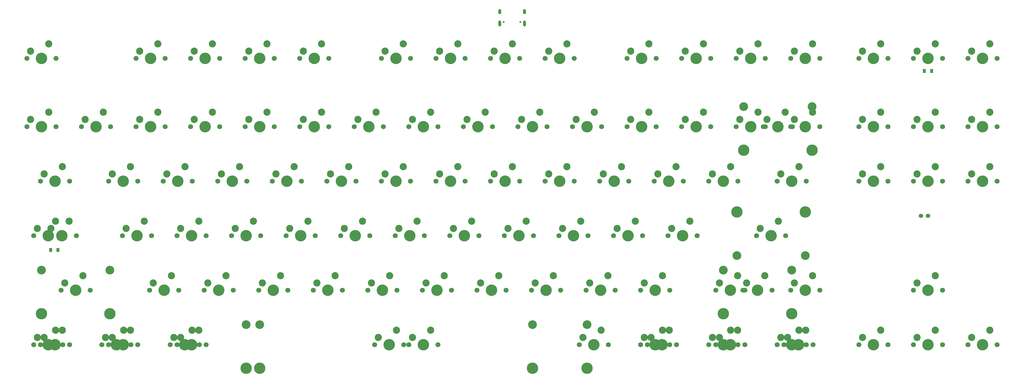
<source format=gbr>
%TF.GenerationSoftware,KiCad,Pcbnew,8.0.1*%
%TF.CreationDate,2025-07-12T18:26:11+09:00*%
%TF.ProjectId,lzIron_RP2040,6c7a4972-6f6e-45f5-9250-323034302e6b,rev?*%
%TF.SameCoordinates,Original*%
%TF.FileFunction,Soldermask,Bot*%
%TF.FilePolarity,Negative*%
%FSLAX46Y46*%
G04 Gerber Fmt 4.6, Leading zero omitted, Abs format (unit mm)*
G04 Created by KiCad (PCBNEW 8.0.1) date 2025-07-12 18:26:11*
%MOMM*%
%LPD*%
G01*
G04 APERTURE LIST*
%ADD10C,1.750000*%
%ADD11C,4.000000*%
%ADD12C,2.500000*%
%ADD13C,3.048000*%
%ADD14C,3.987800*%
%ADD15C,0.650000*%
%ADD16O,1.000000X2.100000*%
%ADD17O,1.000000X1.800000*%
%ADD18C,1.524000*%
%ADD19R,1.000000X1.400000*%
G04 APERTURE END LIST*
D10*
%TO.C,MX21*%
X62731250Y-78550000D03*
D11*
X67811250Y-78550000D03*
D10*
X72891250Y-78550000D03*
D12*
X64001250Y-76010000D03*
X70351250Y-73470000D03*
%TD*%
D10*
%TO.C,MX82*%
X107975000Y-154750000D03*
D11*
X113055000Y-154750000D03*
D10*
X118135000Y-154750000D03*
X119881250Y-154750000D03*
D11*
X124961250Y-154750000D03*
D10*
X130041250Y-154750000D03*
D12*
X109245000Y-152210000D03*
X121151250Y-152210000D03*
X115595000Y-149670000D03*
X127501250Y-149670000D03*
%TD*%
D10*
%TO.C,MX69*%
X86543750Y-135700000D03*
D11*
X91623750Y-135700000D03*
D10*
X96703750Y-135700000D03*
D12*
X87813750Y-133160000D03*
X94163750Y-130620000D03*
%TD*%
D10*
%TO.C,MX8*%
X148456250Y-54737500D03*
D11*
X153536250Y-54737500D03*
D10*
X158616250Y-54737500D03*
D12*
X149726250Y-52197500D03*
X156076250Y-49657500D03*
%TD*%
D10*
%TO.C,MX47*%
X224656250Y-97600000D03*
D11*
X229736250Y-97600000D03*
D10*
X234816250Y-97600000D03*
D12*
X225926250Y-95060000D03*
X232276250Y-92520000D03*
%TD*%
D13*
%TO.C,REF\u002A\u002A*%
X229704500Y-128715000D03*
D14*
X229704500Y-143925000D03*
D13*
X253580500Y-128715000D03*
D14*
X253580500Y-143925000D03*
%TD*%
D10*
%TO.C,MX75*%
X200843750Y-135700000D03*
D11*
X205923750Y-135700000D03*
D10*
X211003750Y-135700000D03*
D12*
X202113750Y-133160000D03*
X208463750Y-130620000D03*
%TD*%
D10*
%TO.C,MX81*%
X36537500Y-154750000D03*
X38918750Y-154750000D03*
D11*
X41617500Y-154750000D03*
X43998750Y-154750000D03*
D10*
X46697500Y-154750000D03*
X49078750Y-154750000D03*
D12*
X37807500Y-152210000D03*
X40188750Y-152210000D03*
X44157500Y-149670000D03*
X46538750Y-149670000D03*
%TD*%
D10*
%TO.C,MX12*%
X234181250Y-54737500D03*
D11*
X239261250Y-54737500D03*
D10*
X244341250Y-54737500D03*
D12*
X235451250Y-52197500D03*
X241801250Y-49657500D03*
%TD*%
D10*
%TO.C,MX35*%
X-8706250Y-97600000D03*
D11*
X-3626250Y-97600000D03*
D10*
X1453750Y-97600000D03*
D12*
X-7436250Y-95060000D03*
X-1086250Y-92520000D03*
%TD*%
D10*
%TO.C,MX56*%
X77018750Y-116650000D03*
D11*
X82098750Y-116650000D03*
D10*
X87178750Y-116650000D03*
D12*
X78288750Y-114110000D03*
X84638750Y-111570000D03*
%TD*%
D10*
%TO.C,MX85*%
X224656250Y-154750000D03*
X227037500Y-154750000D03*
D11*
X229736250Y-154750000D03*
X232117500Y-154750000D03*
D10*
X234816250Y-154750000D03*
X237197500Y-154750000D03*
D12*
X225926250Y-152210000D03*
X228307500Y-152210000D03*
X232276250Y-149670000D03*
X234657500Y-149670000D03*
%TD*%
D10*
%TO.C,MX73*%
X162743750Y-135700000D03*
D11*
X167823750Y-135700000D03*
D10*
X172903750Y-135700000D03*
D12*
X164013750Y-133160000D03*
X170363750Y-130620000D03*
%TD*%
D10*
%TO.C,MX74*%
X181793750Y-135700000D03*
D11*
X186873750Y-135700000D03*
D10*
X191953750Y-135700000D03*
D12*
X183063750Y-133160000D03*
X189413750Y-130620000D03*
%TD*%
D10*
%TO.C,MX1*%
X-13468750Y-54737500D03*
D11*
X-8388750Y-54737500D03*
D10*
X-3308750Y-54737500D03*
D12*
X-12198750Y-52197500D03*
X-5848750Y-49657500D03*
%TD*%
D10*
%TO.C,MX63*%
X210368750Y-116650000D03*
D11*
X215448750Y-116650000D03*
D10*
X220528750Y-116650000D03*
D12*
X211638750Y-114110000D03*
X217988750Y-111570000D03*
%TD*%
D10*
%TO.C,MX44*%
X167506250Y-97600000D03*
D11*
X172586250Y-97600000D03*
D10*
X177666250Y-97600000D03*
D12*
X168776250Y-95060000D03*
X175126250Y-92520000D03*
%TD*%
D10*
%TO.C,MX62*%
X191318750Y-116650000D03*
D11*
X196398750Y-116650000D03*
D10*
X201478750Y-116650000D03*
D12*
X192588750Y-114110000D03*
X198938750Y-111570000D03*
%TD*%
D10*
%TO.C,MX18*%
X5581250Y-78550000D03*
D11*
X10661250Y-78550000D03*
D10*
X15741250Y-78550000D03*
D12*
X6851250Y-76010000D03*
X13201250Y-73470000D03*
%TD*%
D10*
%TO.C,MX83*%
X179412500Y-154750000D03*
D11*
X184492500Y-154750000D03*
D10*
X189572500Y-154750000D03*
D12*
X180682500Y-152210000D03*
X187032500Y-149670000D03*
%TD*%
D10*
%TO.C,MX64*%
X241325000Y-116650000D03*
D11*
X246405000Y-116650000D03*
D10*
X251485000Y-116650000D03*
D12*
X242595000Y-114110000D03*
X248945000Y-111570000D03*
%TD*%
D10*
%TO.C,MX52*%
X-11087500Y-116650000D03*
X-6325000Y-116650000D03*
D11*
X-6007500Y-116650000D03*
X-1245000Y-116650000D03*
D10*
X-927500Y-116650000D03*
X3835000Y-116650000D03*
D12*
X-5055000Y-114110000D03*
X-3467500Y-111570000D03*
X-9817500Y-114110000D03*
X1295000Y-111570000D03*
%TD*%
D10*
%TO.C,MX25*%
X138931250Y-78550000D03*
D11*
X144011250Y-78550000D03*
D10*
X149091250Y-78550000D03*
D12*
X140201250Y-76010000D03*
X146551250Y-73470000D03*
%TD*%
D10*
%TO.C,MX41*%
X110356250Y-97600000D03*
D11*
X115436250Y-97600000D03*
D10*
X120516250Y-97600000D03*
D12*
X111626250Y-95060000D03*
X117976250Y-92520000D03*
%TD*%
D10*
%TO.C,MX22*%
X81781250Y-78550000D03*
D11*
X86861250Y-78550000D03*
D10*
X91941250Y-78550000D03*
D12*
X83051250Y-76010000D03*
X89401250Y-73470000D03*
%TD*%
D10*
%TO.C,MX60*%
X153218750Y-116650000D03*
D11*
X158298750Y-116650000D03*
D10*
X163378750Y-116650000D03*
D12*
X154488750Y-114110000D03*
X160838750Y-111570000D03*
%TD*%
D10*
%TO.C,MX68*%
X67493750Y-135700000D03*
D11*
X72573750Y-135700000D03*
D10*
X77653750Y-135700000D03*
D12*
X68763750Y-133160000D03*
X75113750Y-130620000D03*
%TD*%
D10*
%TO.C,MX80*%
X12725000Y-154750000D03*
X15106250Y-154750000D03*
D11*
X17805000Y-154750000D03*
X20186250Y-154750000D03*
D10*
X22885000Y-154750000D03*
X25266250Y-154750000D03*
D12*
X13995000Y-152210000D03*
X16376250Y-152210000D03*
X20345000Y-149670000D03*
X22726250Y-149670000D03*
%TD*%
D10*
%TO.C,MX30*%
X234181250Y-78550000D03*
D11*
X239261250Y-78550000D03*
D10*
X244341250Y-78550000D03*
D12*
X235451250Y-76010000D03*
X241801250Y-73470000D03*
%TD*%
D10*
%TO.C,MX61*%
X172268750Y-116650000D03*
D11*
X177348750Y-116650000D03*
D10*
X182428750Y-116650000D03*
D12*
X173538750Y-114110000D03*
X179888750Y-111570000D03*
%TD*%
D10*
%TO.C,MX54*%
X38918750Y-116650000D03*
D11*
X43998750Y-116650000D03*
D10*
X49078750Y-116650000D03*
D12*
X40188750Y-114110000D03*
X46538750Y-111570000D03*
%TD*%
D10*
%TO.C,MX78*%
X296093750Y-135700000D03*
D11*
X301173750Y-135700000D03*
D10*
X306253750Y-135700000D03*
D12*
X297363750Y-133160000D03*
X303713750Y-130620000D03*
%TD*%
D10*
%TO.C,MX24*%
X119881250Y-78550000D03*
D11*
X124961250Y-78550000D03*
D10*
X130041250Y-78550000D03*
D12*
X121151250Y-76010000D03*
X127501250Y-73470000D03*
%TD*%
D10*
%TO.C,MX51*%
X315143750Y-97600000D03*
D11*
X320223750Y-97600000D03*
D10*
X325303750Y-97600000D03*
D12*
X316413750Y-95060000D03*
X322763750Y-92520000D03*
%TD*%
D10*
%TO.C,MX48*%
X248468750Y-97600000D03*
D11*
X253548750Y-97600000D03*
D10*
X258628750Y-97600000D03*
D12*
X249738750Y-95060000D03*
X256088750Y-92520000D03*
%TD*%
D10*
%TO.C,MX26*%
X157981250Y-78550000D03*
D11*
X163061250Y-78550000D03*
D10*
X168141250Y-78550000D03*
D12*
X159251250Y-76010000D03*
X165601250Y-73470000D03*
%TD*%
D10*
%TO.C,MX17*%
X-13468750Y-78550000D03*
D11*
X-8388750Y-78550000D03*
D10*
X-3308750Y-78550000D03*
D12*
X-12198750Y-76010000D03*
X-5848750Y-73470000D03*
%TD*%
D10*
%TO.C,MX67*%
X48443750Y-135700000D03*
D11*
X53523750Y-135700000D03*
D10*
X58603750Y-135700000D03*
D12*
X49713750Y-133160000D03*
X56063750Y-130620000D03*
%TD*%
D10*
%TO.C,MX29*%
X215131250Y-78550000D03*
D11*
X220211250Y-78550000D03*
D10*
X225291250Y-78550000D03*
D12*
X216401250Y-76010000D03*
X222751250Y-73470000D03*
%TD*%
D10*
%TO.C,MX87*%
X277043750Y-154750000D03*
D11*
X282123750Y-154750000D03*
D10*
X287203750Y-154750000D03*
D12*
X278313750Y-152210000D03*
X284663750Y-149670000D03*
%TD*%
D10*
%TO.C,MX5*%
X81781250Y-54737500D03*
D11*
X86861250Y-54737500D03*
D10*
X91941250Y-54737500D03*
D12*
X83051250Y-52197500D03*
X89401250Y-49657500D03*
%TD*%
D10*
%TO.C,MX15*%
X296093750Y-54737500D03*
D11*
X301173750Y-54737500D03*
D10*
X306253750Y-54737500D03*
D12*
X297363750Y-52197500D03*
X303713750Y-49657500D03*
%TD*%
D10*
%TO.C,MX86*%
X248468750Y-154750000D03*
X250850000Y-154750000D03*
D11*
X253548750Y-154750000D03*
X255930000Y-154750000D03*
D10*
X258628750Y-154750000D03*
X261010000Y-154750000D03*
D12*
X249738750Y-152210000D03*
X252120000Y-152210000D03*
X256088750Y-149670000D03*
X258470000Y-149670000D03*
%TD*%
D10*
%TO.C,MX55*%
X57968750Y-116650000D03*
D11*
X63048750Y-116650000D03*
D10*
X68128750Y-116650000D03*
D12*
X59238750Y-114110000D03*
X65588750Y-111570000D03*
%TD*%
D10*
%TO.C,MX84*%
X200843750Y-154750000D03*
X203225000Y-154750000D03*
D11*
X205923750Y-154750000D03*
X208305000Y-154750000D03*
D10*
X211003750Y-154750000D03*
X213385000Y-154750000D03*
D12*
X202113750Y-152210000D03*
X204495000Y-152210000D03*
X208463750Y-149670000D03*
X210845000Y-149670000D03*
%TD*%
D10*
%TO.C,MX53*%
X19868750Y-116650000D03*
D11*
X24948750Y-116650000D03*
D10*
X30028750Y-116650000D03*
D12*
X21138750Y-114110000D03*
X27488750Y-111570000D03*
%TD*%
D10*
%TO.C,MX79*%
X-11087500Y-154750000D03*
X-8706250Y-154750000D03*
D11*
X-6007500Y-154750000D03*
X-3626250Y-154750000D03*
D10*
X-927500Y-154750000D03*
X1453750Y-154750000D03*
D12*
X-9817500Y-152210000D03*
X-7436250Y-152210000D03*
X-3467500Y-149670000D03*
X-1086250Y-149670000D03*
%TD*%
D10*
%TO.C,MX14*%
X277043750Y-54737500D03*
D11*
X282123750Y-54737500D03*
D10*
X287203750Y-54737500D03*
D12*
X278313750Y-52197500D03*
X284663750Y-49657500D03*
%TD*%
D13*
%TO.C,REF\u002A\u002A*%
X258343000Y-123635000D03*
D14*
X258343000Y-108425000D03*
D13*
X234467000Y-123635000D03*
D14*
X234467000Y-108425000D03*
%TD*%
D10*
%TO.C,MX10*%
X196081250Y-54737500D03*
D11*
X201161250Y-54737500D03*
D10*
X206241250Y-54737500D03*
D12*
X197351250Y-52197500D03*
X203701250Y-49657500D03*
%TD*%
D10*
%TO.C,MX2*%
X24631250Y-54737500D03*
D11*
X29711250Y-54737500D03*
D10*
X34791250Y-54737500D03*
D12*
X25901250Y-52197500D03*
X32251250Y-49657500D03*
%TD*%
D10*
%TO.C,MX7*%
X129406250Y-54737500D03*
D11*
X134486250Y-54737500D03*
D10*
X139566250Y-54737500D03*
D12*
X130676250Y-52197500D03*
X137026250Y-49657500D03*
%TD*%
D10*
%TO.C,MX31*%
X243706250Y-78550000D03*
D11*
X248786250Y-78550000D03*
D10*
X253231250Y-78550000D03*
X253866250Y-78550000D03*
D11*
X258311250Y-78550000D03*
D10*
X263391250Y-78550000D03*
D12*
X244976250Y-76010000D03*
X254501250Y-76010000D03*
X251326250Y-73470000D03*
X260851250Y-73470000D03*
%TD*%
D13*
%TO.C,REF\u002A\u002A*%
X236848250Y-71565000D03*
D14*
X236848250Y-86775000D03*
D13*
X260724250Y-71565000D03*
D14*
X260724250Y-86775000D03*
%TD*%
D10*
%TO.C,MX77*%
X253231250Y-135700000D03*
D11*
X258311250Y-135700000D03*
D10*
X263391250Y-135700000D03*
D12*
X254501250Y-133160000D03*
X260851250Y-130620000D03*
%TD*%
D10*
%TO.C,MX57*%
X96068750Y-116650000D03*
D11*
X101148750Y-116650000D03*
D10*
X106228750Y-116650000D03*
D12*
X97338750Y-114110000D03*
X103688750Y-111570000D03*
%TD*%
D10*
%TO.C,MX20*%
X43681250Y-78550000D03*
D11*
X48761250Y-78550000D03*
D10*
X53841250Y-78550000D03*
D12*
X44951250Y-76010000D03*
X51301250Y-73470000D03*
%TD*%
D10*
%TO.C,MX16*%
X315143750Y-54737500D03*
D11*
X320223750Y-54737500D03*
D10*
X325303750Y-54737500D03*
D12*
X316413750Y-52197500D03*
X322763750Y-49657500D03*
%TD*%
D10*
%TO.C,MX58*%
X115118750Y-116650000D03*
D11*
X120198750Y-116650000D03*
D10*
X125278750Y-116650000D03*
D12*
X116388750Y-114110000D03*
X122738750Y-111570000D03*
%TD*%
D10*
%TO.C,MX89*%
X315143750Y-154750000D03*
D11*
X320223750Y-154750000D03*
D10*
X325303750Y-154750000D03*
D12*
X316413750Y-152210000D03*
X322763750Y-149670000D03*
%TD*%
D10*
%TO.C,MX46*%
X205606250Y-97600000D03*
D11*
X210686250Y-97600000D03*
D10*
X215766250Y-97600000D03*
D12*
X206876250Y-95060000D03*
X213226250Y-92520000D03*
%TD*%
D10*
%TO.C,MX34*%
X315143750Y-78550000D03*
D11*
X320223750Y-78550000D03*
D10*
X325303750Y-78550000D03*
D12*
X316413750Y-76010000D03*
X322763750Y-73470000D03*
%TD*%
D10*
%TO.C,MX40*%
X91306250Y-97600000D03*
D11*
X96386250Y-97600000D03*
D10*
X101466250Y-97600000D03*
D12*
X92576250Y-95060000D03*
X98926250Y-92520000D03*
%TD*%
D10*
%TO.C,MX59*%
X134168750Y-116650000D03*
D11*
X139248750Y-116650000D03*
D10*
X144328750Y-116650000D03*
D12*
X135438750Y-114110000D03*
X141788750Y-111570000D03*
%TD*%
D10*
%TO.C,MX19*%
X24631250Y-78550000D03*
D11*
X29711250Y-78550000D03*
D10*
X34791250Y-78550000D03*
D12*
X25901250Y-76010000D03*
X32251250Y-73470000D03*
%TD*%
D10*
%TO.C,MX28*%
X196081250Y-78550000D03*
D11*
X201161250Y-78550000D03*
D10*
X206241250Y-78550000D03*
D12*
X197351250Y-76010000D03*
X203701250Y-73470000D03*
%TD*%
D10*
%TO.C,MX76*%
X227037500Y-135700000D03*
D11*
X232117500Y-135700000D03*
D10*
X236562500Y-135700000D03*
X237197500Y-135700000D03*
D11*
X241642500Y-135700000D03*
D10*
X246722500Y-135700000D03*
D12*
X228307500Y-133160000D03*
X244182500Y-130620000D03*
X234657500Y-130620000D03*
X237832500Y-133160000D03*
%TD*%
D10*
%TO.C,MX72*%
X143693750Y-135700000D03*
D11*
X148773750Y-135700000D03*
D10*
X153853750Y-135700000D03*
D12*
X144963750Y-133160000D03*
X151313750Y-130620000D03*
%TD*%
D10*
%TO.C,MX33*%
X296093750Y-78550000D03*
D11*
X301173750Y-78550000D03*
D10*
X306253750Y-78550000D03*
D12*
X297363750Y-76010000D03*
X303713750Y-73470000D03*
%TD*%
D10*
%TO.C,MX32*%
X277043750Y-78550000D03*
D11*
X282123750Y-78550000D03*
D10*
X287203750Y-78550000D03*
D12*
X278313750Y-76010000D03*
X284663750Y-73470000D03*
%TD*%
D13*
%TO.C,REF\u002A\u002A*%
X63055000Y-147765000D03*
D14*
X63055000Y-162975000D03*
D13*
X163055000Y-147765000D03*
D14*
X163055000Y-162975000D03*
%TD*%
D10*
%TO.C,MX49*%
X277043750Y-97600000D03*
D11*
X282123750Y-97600000D03*
D10*
X287203750Y-97600000D03*
D12*
X278313750Y-95060000D03*
X284663750Y-92520000D03*
%TD*%
D10*
%TO.C,MX88*%
X296093750Y-154750000D03*
D11*
X301173750Y-154750000D03*
D10*
X306253750Y-154750000D03*
D12*
X297363750Y-152210000D03*
X303713750Y-149670000D03*
%TD*%
D13*
%TO.C,REF\u002A\u002A*%
X67811250Y-147765000D03*
D14*
X67811250Y-162975000D03*
D13*
X182111250Y-147765000D03*
D14*
X182111250Y-162975000D03*
%TD*%
D10*
%TO.C,MX4*%
X62731250Y-54737500D03*
D11*
X67811250Y-54737500D03*
D10*
X72891250Y-54737500D03*
D12*
X64001250Y-52197500D03*
X70351250Y-49657500D03*
%TD*%
D10*
%TO.C,MX23*%
X100831250Y-78550000D03*
D11*
X105911250Y-78550000D03*
D10*
X110991250Y-78550000D03*
D12*
X102101250Y-76010000D03*
X108451250Y-73470000D03*
%TD*%
D10*
%TO.C,MX39*%
X72256250Y-97600000D03*
D11*
X77336250Y-97600000D03*
D10*
X82416250Y-97600000D03*
D12*
X73526250Y-95060000D03*
X79876250Y-92520000D03*
%TD*%
D10*
%TO.C,MX27*%
X177031250Y-78550000D03*
D11*
X182111250Y-78550000D03*
D10*
X187191250Y-78550000D03*
D12*
X178301250Y-76010000D03*
X184651250Y-73470000D03*
%TD*%
D10*
%TO.C,MX3*%
X43681250Y-54737500D03*
D11*
X48761250Y-54737500D03*
D10*
X53841250Y-54737500D03*
D12*
X44951250Y-52197500D03*
X51301250Y-49657500D03*
%TD*%
D10*
%TO.C,MX66*%
X29393750Y-135700000D03*
D11*
X34473750Y-135700000D03*
D10*
X39553750Y-135700000D03*
D12*
X30663750Y-133160000D03*
X37013750Y-130620000D03*
%TD*%
D10*
%TO.C,MX43*%
X148456250Y-97600000D03*
D11*
X153536250Y-97600000D03*
D10*
X158616250Y-97600000D03*
D12*
X149726250Y-95060000D03*
X156076250Y-92520000D03*
%TD*%
D15*
%TO.C,J1*%
X158815000Y-42015000D03*
X153035000Y-42015000D03*
D16*
X160245000Y-42515000D03*
D17*
X160245000Y-38335000D03*
D16*
X151605000Y-42515000D03*
D17*
X151605000Y-38335000D03*
%TD*%
D10*
%TO.C,MX13*%
X253231250Y-54737500D03*
D11*
X258311250Y-54737500D03*
D10*
X263391250Y-54737500D03*
D12*
X254501250Y-52197500D03*
X260851250Y-49657500D03*
%TD*%
D10*
%TO.C,MX36*%
X15106250Y-97600000D03*
D11*
X20186250Y-97600000D03*
D10*
X25266250Y-97600000D03*
D12*
X16376250Y-95060000D03*
X22726250Y-92520000D03*
%TD*%
D10*
%TO.C,MX65*%
X-1562500Y-135700000D03*
D11*
X3517500Y-135700000D03*
D10*
X8597500Y-135700000D03*
D12*
X-292500Y-133160000D03*
X6057500Y-130620000D03*
%TD*%
D10*
%TO.C,MX9*%
X167506250Y-54737500D03*
D11*
X172586250Y-54737500D03*
D10*
X177666250Y-54737500D03*
D12*
X168776250Y-52197500D03*
X175126250Y-49657500D03*
%TD*%
D10*
%TO.C,MX6*%
X110356250Y-54737500D03*
D11*
X115436250Y-54737500D03*
D10*
X120516250Y-54737500D03*
D12*
X111626250Y-52197500D03*
X117976250Y-49657500D03*
%TD*%
D18*
%TO.C,BOOTSEL1*%
X301125000Y-109697904D03*
X298725000Y-109697904D03*
%TD*%
D10*
%TO.C,MX70*%
X105593750Y-135700000D03*
D11*
X110673750Y-135700000D03*
D10*
X115753750Y-135700000D03*
D12*
X106863750Y-133160000D03*
X113213750Y-130620000D03*
%TD*%
D10*
%TO.C,MX45*%
X186556250Y-97600000D03*
D11*
X191636250Y-97600000D03*
D10*
X196716250Y-97600000D03*
D12*
X187826250Y-95060000D03*
X194176250Y-92520000D03*
%TD*%
D13*
%TO.C,REF\u002A\u002A*%
X-8420500Y-128715000D03*
D14*
X-8420500Y-143925000D03*
D13*
X15455500Y-128715000D03*
D14*
X15455500Y-143925000D03*
%TD*%
D10*
%TO.C,MX71*%
X124643750Y-135700000D03*
D11*
X129723750Y-135700000D03*
D10*
X134803750Y-135700000D03*
D12*
X125913750Y-133160000D03*
X132263750Y-130620000D03*
%TD*%
D10*
%TO.C,MX38*%
X53206250Y-97600000D03*
D11*
X58286250Y-97600000D03*
D10*
X63366250Y-97600000D03*
D12*
X54476250Y-95060000D03*
X60826250Y-92520000D03*
%TD*%
D10*
%TO.C,MX11*%
X215131250Y-54737500D03*
D11*
X220211250Y-54737500D03*
D10*
X225291250Y-54737500D03*
D12*
X216401250Y-52197500D03*
X222751250Y-49657500D03*
%TD*%
D10*
%TO.C,MX42*%
X129406250Y-97600000D03*
D11*
X134486250Y-97600000D03*
D10*
X139566250Y-97600000D03*
D12*
X130676250Y-95060000D03*
X137026250Y-92520000D03*
%TD*%
D10*
%TO.C,MX50*%
X296093750Y-97600000D03*
D11*
X301173750Y-97600000D03*
D10*
X306253750Y-97600000D03*
D12*
X297363750Y-95060000D03*
X303713750Y-92520000D03*
%TD*%
D10*
%TO.C,MX37*%
X34156250Y-97600000D03*
D11*
X39236250Y-97600000D03*
D10*
X44316250Y-97600000D03*
D12*
X35426250Y-95060000D03*
X41776250Y-92520000D03*
%TD*%
D19*
%TO.C,D92*%
X-5124999Y-121675000D03*
X-2625001Y-121675000D03*
%TD*%
%TO.C,D90*%
X302425000Y-59075000D03*
X299925000Y-59075000D03*
%TD*%
M02*

</source>
